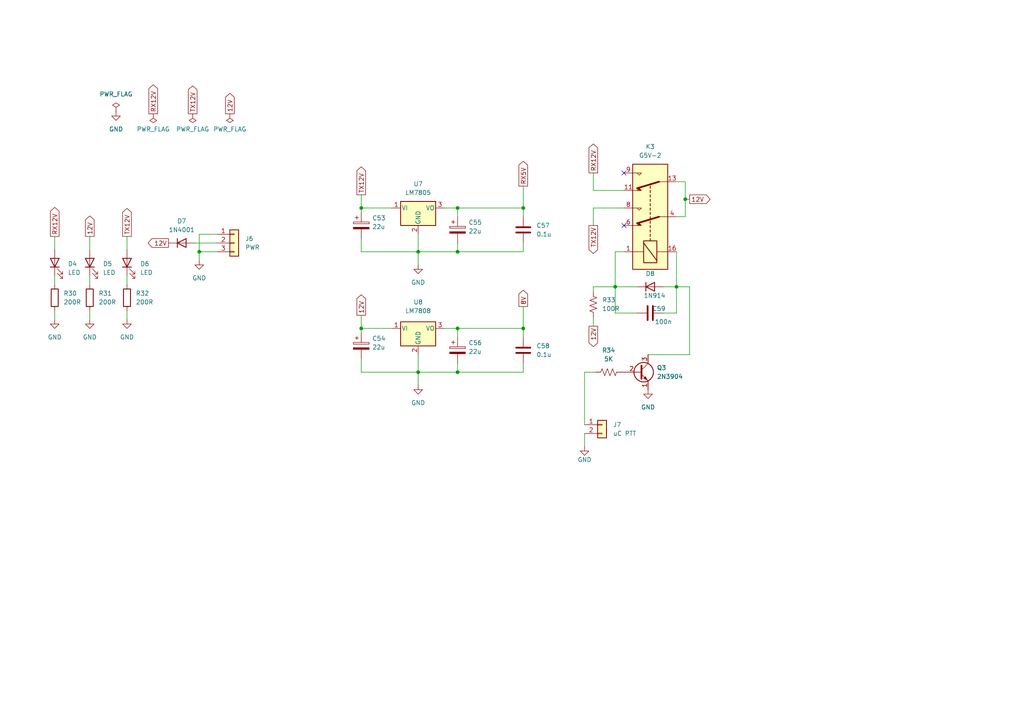
<source format=kicad_sch>
(kicad_sch (version 20211123) (generator eeschema)
  (paper "A4")
  (lib_symbols
    (symbol "Connector_Generic:Conn_01x02" (pin_names (offset 1.016) hide)
      (property "Reference" "J" (at 0 2.54 0))
      (property "Value" "Conn_01x02" (at 0 -5.08 0))
      (symbol "Conn_01x02_1_1"
        (rectangle (start -1.27 -2.413) (end 0 -2.667) (stroke (width 0.1524)))
        (rectangle (start -1.27 0.127) (end 0 -0.127) (stroke (width 0.1524)))
        (rectangle (start -1.27 1.27) (end 1.27 -3.81) (stroke (width 0.254)) (fill (type background)))
        (pin passive line (at -5.08 0 0) (length 3.81) (name "Pin_1") (number "1"))
        (pin passive line (at -5.08 -2.54 0) (length 3.81) (name "Pin_2") (number "2"))
      )
    )
    (symbol "Connector_Generic:Conn_01x03" (pin_names (offset 1.016) hide)
      (property "Reference" "J" (at 0 5.08 0))
      (property "Value" "Conn_01x03" (at 0 -5.08 0))
      (symbol "Conn_01x03_1_1"
        (rectangle (start -1.27 -2.413) (end 0 -2.667) (stroke (width 0.1524)))
        (rectangle (start -1.27 0.127) (end 0 -0.127) (stroke (width 0.1524)))
        (rectangle (start -1.27 2.667) (end 0 2.413) (stroke (width 0.1524)))
        (rectangle (start -1.27 3.81) (end 1.27 -3.81) (stroke (width 0.254)) (fill (type background)))
        (pin passive line (at -5.08 2.54 0) (length 3.81) (name "Pin_1") (number "1"))
        (pin passive line (at -5.08 0 0) (length 3.81) (name "Pin_2") (number "2"))
        (pin passive line (at -5.08 -2.54 0) (length 3.81) (name "Pin_3") (number "3"))
      )
    )
    (symbol "Device:C" (pin_numbers hide) (pin_names (offset 0.254))
      (property "Reference" "C" (at 0.635 2.54 0))
      (property "Value" "C" (at 0.635 -2.54 0))
      (symbol "C_0_1"
        (polyline (pts (xy -2.032 -0.762) (xy 2.032 -0.762)) (stroke (width 0.508)))
        (polyline (pts (xy -2.032 0.762) (xy 2.032 0.762)) (stroke (width 0.508)))
      )
      (symbol "C_1_1"
        (pin passive line (at 0 3.81 270) (length 2.794) (name "~") (number "1"))
        (pin passive line (at 0 -3.81 90) (length 2.794) (name "~") (number "2"))
      )
    )
    (symbol "Device:C_Polarized" (pin_numbers hide) (pin_names (offset 0.254))
      (property "Reference" "C" (at 0.635 2.54 0))
      (property "Value" "C_Polarized" (at 0.635 -2.54 0))
      (symbol "C_Polarized_0_1"
        (rectangle (start -2.286 0.508) (end 2.286 1.016))
        (polyline (pts (xy -1.778 2.286) (xy -0.762 2.286)))
        (polyline (pts (xy -1.27 2.794) (xy -1.27 1.778)))
        (rectangle (start 2.286 -0.508) (end -2.286 -1.016) (fill (type outline)))
      )
      (symbol "C_Polarized_1_1"
        (pin passive line (at 0 3.81 270) (length 2.794) (name "~") (number "1"))
        (pin passive line (at 0 -3.81 90) (length 2.794) (name "~") (number "2"))
      )
    )
    (symbol "Device:LED" (pin_numbers hide) (pin_names (offset 1.016) hide)
      (property "Reference" "D" (at 0 2.54 0))
      (property "Value" "LED" (at 0 -2.54 0))
      (symbol "LED_0_1"
        (polyline (pts (xy -1.27 -1.27) (xy -1.27 1.27)) (stroke (width 0.254)))
        (polyline (pts (xy -1.27 0) (xy 1.27 0)))
        (polyline (pts (xy 1.27 -1.27) (xy 1.27 1.27) (xy -1.27 0) (xy 1.27 -1.27)) (stroke (width 0.254)))
        (polyline (pts (xy -3.048 -0.762) (xy -4.572 -2.286) (xy -3.81 -2.286) (xy -4.572 -2.286) (xy -4.572 -1.524)))
        (polyline (pts (xy -1.778 -0.762) (xy -3.302 -2.286) (xy -2.54 -2.286) (xy -3.302 -2.286) (xy -3.302 -1.524)))
      )
      (symbol "LED_1_1"
        (pin passive line (at -3.81 0 0) (length 2.54) (name "K") (number "1"))
        (pin passive line (at 3.81 0 180) (length 2.54) (name "A") (number "2"))
      )
    )
    (symbol "Device:R" (pin_numbers hide) (pin_names (offset 0))
      (property "Reference" "R" (at 2.032 0 90))
      (property "Value" "R" (at 0 0 90))
      (symbol "R_0_1"
        (rectangle (start -1.016 -2.54) (end 1.016 2.54) (stroke (width 0.254)))
      )
      (symbol "R_1_1"
        (pin passive line (at 0 3.81 270) (length 1.27) (name "~") (number "1"))
        (pin passive line (at 0 -3.81 90) (length 1.27) (name "~") (number "2"))
      )
    )
    (symbol "Device:R_US" (pin_numbers hide) (pin_names (offset 0))
      (property "Reference" "R" (at 2.54 0 90))
      (property "Value" "R_US" (at -2.54 0 90))
      (symbol "R_US_0_1"
        (polyline (pts (xy 0 -2.286) (xy 0 -2.54)))
        (polyline (pts (xy 0 2.286) (xy 0 2.54)))
        (polyline (pts (xy 0 -0.762) (xy 1.016 -1.143) (xy 0 -1.524) (xy -1.016 -1.905) (xy 0 -2.286)))
        (polyline (pts (xy 0 0.762) (xy 1.016 0.381) (xy 0 0) (xy -1.016 -0.381) (xy 0 -0.762)))
        (polyline (pts (xy 0 2.286) (xy 1.016 1.905) (xy 0 1.524) (xy -1.016 1.143) (xy 0 0.762)))
      )
      (symbol "R_US_1_1"
        (pin passive line (at 0 3.81 270) (length 1.27) (name "~") (number "1"))
        (pin passive line (at 0 -3.81 90) (length 1.27) (name "~") (number "2"))
      )
    )
    (symbol "Diode:1N4001" (pin_numbers hide) (pin_names (offset 1.016) hide)
      (property "Reference" "D" (at 0 2.54 0))
      (property "Value" "1N4001" (at 0 -2.54 0))
      (symbol "1N4001_0_1"
        (polyline (pts (xy -1.27 1.27) (xy -1.27 -1.27)) (stroke (width 0.254)))
        (polyline (pts (xy 1.27 0) (xy -1.27 0)))
        (polyline (pts (xy 1.27 1.27) (xy 1.27 -1.27) (xy -1.27 0) (xy 1.27 1.27)) (stroke (width 0.254)))
      )
      (symbol "1N4001_1_1"
        (pin passive line (at -3.81 0 0) (length 2.54) (name "K") (number "1"))
        (pin passive line (at 3.81 0 180) (length 2.54) (name "A") (number "2"))
      )
    )
    (symbol "Diode:1N914" (pin_numbers hide) (pin_names (offset 1.016) hide)
      (property "Reference" "D" (at 0 2.54 0))
      (property "Value" "1N914" (at 0 -2.54 0))
      (symbol "1N914_0_1"
        (polyline (pts (xy -1.27 1.27) (xy -1.27 -1.27)) (stroke (width 0.254)))
        (polyline (pts (xy 1.27 0) (xy -1.27 0)))
        (polyline (pts (xy 1.27 1.27) (xy 1.27 -1.27) (xy -1.27 0) (xy 1.27 1.27)) (stroke (width 0.254)))
      )
      (symbol "1N914_1_1"
        (pin passive line (at -3.81 0 0) (length 2.54) (name "K") (number "1"))
        (pin passive line (at 3.81 0 180) (length 2.54) (name "A") (number "2"))
      )
    )
    (symbol "Regulator_Linear:LM7805_TO220" (pin_names (offset 0.254))
      (property "Reference" "U" (at -3.81 3.175 0))
      (property "Value" "LM7805_TO220" (at 0 3.175 0))
      (symbol "LM7805_TO220_0_1"
        (rectangle (start -5.08 1.905) (end 5.08 -5.08) (stroke (width 0.254)) (fill (type background)))
      )
      (symbol "LM7805_TO220_1_1"
        (pin power_in line (at -7.62 0 0) (length 2.54) (name "VI") (number "1"))
        (pin power_in line (at 0 -7.62 90) (length 2.54) (name "GND") (number "2"))
        (pin power_out line (at 7.62 0 180) (length 2.54) (name "VO") (number "3"))
      )
    )
    (symbol "Regulator_Linear:LM7808_TO220" (pin_names (offset 0.254))
      (property "Reference" "U" (at -3.81 3.175 0))
      (property "Value" "LM7808_TO220" (at 0 3.175 0))
      (symbol "LM7808_TO220_0_1"
        (rectangle (start -5.08 1.905) (end 5.08 -5.08) (stroke (width 0.254)) (fill (type background)))
      )
      (symbol "LM7808_TO220_1_1"
        (pin power_in line (at -7.62 0 0) (length 2.54) (name "VI") (number "1"))
        (pin power_in line (at 0 -7.62 90) (length 2.54) (name "GND") (number "2"))
        (pin power_out line (at 7.62 0 180) (length 2.54) (name "VO") (number "3"))
      )
    )
    (symbol "Relay:G5V-2"
      (property "Reference" "K" (at 16.51 3.81 0))
      (property "Value" "G5V-2" (at 16.51 1.27 0))
      (symbol "G5V-2_0_1"
        (rectangle (start -15.24 5.08) (end 15.24 -5.08) (stroke (width 0.254)) (fill (type background)))
        (rectangle (start -13.335 1.905) (end -6.985 -1.905) (stroke (width 0.254)))
        (polyline (pts (xy -12.7 -1.905) (xy -7.62 1.905)) (stroke (width 0.254)))
        (polyline (pts (xy -10.16 -5.08) (xy -10.16 -1.905)))
        (polyline (pts (xy -10.16 5.08) (xy -10.16 1.905)))
        (polyline (pts (xy -6.985 0) (xy -6.35 0)) (stroke (width 0.254)))
        (polyline (pts (xy -5.715 0) (xy -5.08 0)) (stroke (width 0.254)))
        (polyline (pts (xy -4.445 0) (xy -3.81 0)) (stroke (width 0.254)))
        (polyline (pts (xy -3.175 0) (xy -2.54 0)) (stroke (width 0.254)))
        (polyline (pts (xy -1.905 0) (xy -1.27 0)) (stroke (width 0.254)))
        (polyline (pts (xy -0.635 0) (xy 0 0)) (stroke (width 0.254)))
        (polyline (pts (xy 0 -2.54) (xy -1.905 3.81)) (stroke (width 0.508)))
        (polyline (pts (xy 0 -2.54) (xy 0 -5.08)))
        (polyline (pts (xy 0.635 0) (xy 1.27 0)) (stroke (width 0.254)))
        (polyline (pts (xy 1.905 0) (xy 2.54 0)) (stroke (width 0.254)))
        (polyline (pts (xy 3.175 0) (xy 3.81 0)) (stroke (width 0.254)))
        (polyline (pts (xy 4.445 0) (xy 5.08 0)) (stroke (width 0.254)))
        (polyline (pts (xy 5.715 0) (xy 6.35 0)) (stroke (width 0.254)))
        (polyline (pts (xy 6.985 0) (xy 7.62 0)) (stroke (width 0.254)))
        (polyline (pts (xy 8.255 0) (xy 8.89 0)) (stroke (width 0.254)))
        (polyline (pts (xy 10.16 -2.54) (xy 8.255 3.81)) (stroke (width 0.508)))
        (polyline (pts (xy 10.16 -2.54) (xy 10.16 -5.08)))
        (polyline (pts (xy -2.54 5.08) (xy -2.54 2.54) (xy -1.905 3.175) (xy -2.54 3.81)) (fill (type outline)))
        (polyline (pts (xy 2.54 5.08) (xy 2.54 2.54) (xy 1.905 3.175) (xy 2.54 3.81)))
        (polyline (pts (xy 7.62 5.08) (xy 7.62 2.54) (xy 8.255 3.175) (xy 7.62 3.81)) (fill (type outline)))
        (polyline (pts (xy 12.7 5.08) (xy 12.7 2.54) (xy 12.065 3.175) (xy 12.7 3.81)))
      )
      (symbol "G5V-2_1_1"
        (pin passive line (at -10.16 7.62 270) (length 2.54) (name "~") (number "1"))
        (pin passive line (at 7.62 7.62 270) (length 2.54) (name "~") (number "11"))
        (pin passive line (at 10.16 -7.62 90) (length 2.54) (name "~") (number "13"))
        (pin passive line (at -10.16 -7.62 90) (length 2.54) (name "~") (number "16"))
        (pin passive line (at 0 -7.62 90) (length 2.54) (name "~") (number "4"))
        (pin passive line (at -2.54 7.62 270) (length 2.54) (name "~") (number "6"))
        (pin passive line (at 2.54 7.62 270) (length 2.54) (name "~") (number "8"))
        (pin passive line (at 12.7 7.62 270) (length 2.54) (name "~") (number "9"))
      )
    )
    (symbol "Transistor_BJT:2N3904" (pin_names (offset 0) hide)
      (property "Reference" "Q" (at 5.08 1.905 0))
      (property "Value" "2N3904" (at 5.08 0 0))
      (symbol "2N3904_0_1"
        (polyline (pts (xy 0.635 0.635) (xy 2.54 2.54)))
        (polyline (pts (xy 0.635 -0.635) (xy 2.54 -2.54) (xy 2.54 -2.54)))
        (polyline (pts (xy 0.635 1.905) (xy 0.635 -1.905) (xy 0.635 -1.905)) (stroke (width 0.508)))
        (polyline (pts (xy 1.27 -1.778) (xy 1.778 -1.27) (xy 2.286 -2.286) (xy 1.27 -1.778) (xy 1.27 -1.778)) (fill (type outline)))
        (circle (center 1.27 0) (radius 2.8194) (stroke (width 0.254)))
      )
      (symbol "2N3904_1_1"
        (pin passive line (at 2.54 -5.08 90) (length 2.54) (name "E") (number "1"))
        (pin passive line (at -5.08 0 0) (length 5.715) (name "B") (number "2"))
        (pin passive line (at 2.54 5.08 270) (length 2.54) (name "C") (number "3"))
      )
    )
    (symbol "power:GND" (power) (pin_names (offset 0))
      (property "Value" "GND" (at 0 -3.81 0))
      (symbol "GND_0_1"
        (polyline (pts (xy 0 0) (xy 0 -1.27) (xy 1.27 -1.27) (xy 0 -2.54) (xy -1.27 -1.27) (xy 0 -1.27)))
      )
      (symbol "GND_1_1"
        (pin power_in line (at 0 0 270) (length 0) hide (name "GND") (number "1"))
      )
    )
    (symbol "power:PWR_FLAG" (power) (pin_numbers hide) (pin_names (offset 0) hide)
      (property "Value" "PWR_FLAG" (at 0 3.81 0))
      (symbol "PWR_FLAG_0_0"
        (pin power_out line (at 0 0 90) (length 0) (name "pwr") (number "1"))
      )
      (symbol "PWR_FLAG_0_1"
        (polyline (pts (xy 0 0) (xy 0 1.27) (xy -1.016 1.905) (xy 0 2.54) (xy 1.016 1.905) (xy 0 1.27)))
      )
    )
  )
  (junction (at 178.435 83.185))
  (junction (at 132.715 95.25))
  (junction (at 196.215 83.185))
  (junction (at 132.715 60.325))
  (junction (at 151.765 95.25))
  (junction (at 121.285 73.025))
  (junction (at 132.715 107.95))
  (junction (at 121.285 107.95))
  (junction (at 198.755 57.785))
  (junction (at 104.775 95.25))
  (junction (at 57.785 73.025))
  (junction (at 104.775 60.325))
  (junction (at 151.765 60.325))
  (junction (at 132.715 73.025))
  (no_connect (at 180.975 50.165))
  (no_connect (at 180.975 65.405))
  (wire (pts (xy 172.72 107.95) (xy 169.545 107.95)))
  (wire (pts (xy 121.285 73.025) (xy 121.285 67.945)))
  (wire (pts (xy 62.865 67.945) (xy 57.785 67.945)))
  (wire (pts (xy 172.085 83.185) (xy 172.085 84.455)))
  (wire (pts (xy 121.285 73.025) (xy 104.775 73.025)))
  (wire (pts (xy 36.83 90.17) (xy 36.83 92.71)))
  (wire (pts (xy 113.665 95.25) (xy 104.775 95.25)))
  (wire (pts (xy 178.435 90.805) (xy 184.785 90.805)))
  (wire (pts (xy 198.755 57.785) (xy 198.755 62.865)))
  (wire (pts (xy 172.085 92.075) (xy 172.085 94.615)))
  (wire (pts (xy 56.515 70.485) (xy 62.865 70.485)))
  (wire (pts (xy 104.775 60.325) (xy 104.775 61.595)))
  (wire (pts (xy 104.775 95.25) (xy 104.775 96.52)))
  (wire (pts (xy 151.765 73.025) (xy 132.715 73.025)))
  (wire (pts (xy 180.975 73.025) (xy 178.435 73.025)))
  (wire (pts (xy 15.875 80.01) (xy 15.875 82.55)))
  (wire (pts (xy 15.875 68.58) (xy 15.875 72.39)))
  (wire (pts (xy 151.765 88.9) (xy 151.765 95.25)))
  (wire (pts (xy 200.025 83.185) (xy 200.025 102.87)))
  (wire (pts (xy 169.545 125.73) (xy 169.545 129.54)))
  (wire (pts (xy 178.435 83.185) (xy 172.085 83.185)))
  (wire (pts (xy 151.765 107.95) (xy 132.715 107.95)))
  (wire (pts (xy 151.765 53.975) (xy 151.765 60.325)))
  (wire (pts (xy 26.035 80.01) (xy 26.035 82.55)))
  (wire (pts (xy 132.715 107.95) (xy 121.285 107.95)))
  (wire (pts (xy 104.775 104.14) (xy 104.775 107.95)))
  (wire (pts (xy 151.765 105.41) (xy 151.765 107.95)))
  (wire (pts (xy 192.405 83.185) (xy 196.215 83.185)))
  (wire (pts (xy 132.715 60.325) (xy 132.715 62.865)))
  (wire (pts (xy 192.405 90.805) (xy 196.215 90.805)))
  (wire (pts (xy 196.215 62.865) (xy 198.755 62.865)))
  (wire (pts (xy 172.085 60.325) (xy 172.085 65.405)))
  (wire (pts (xy 26.035 68.58) (xy 26.035 72.39)))
  (wire (pts (xy 132.715 73.025) (xy 121.285 73.025)))
  (wire (pts (xy 113.665 60.325) (xy 104.775 60.325)))
  (wire (pts (xy 151.765 95.25) (xy 151.765 97.79)))
  (wire (pts (xy 128.905 95.25) (xy 132.715 95.25)))
  (wire (pts (xy 15.875 90.17) (xy 15.875 92.71)))
  (wire (pts (xy 121.285 107.95) (xy 104.775 107.95)))
  (wire (pts (xy 104.775 69.215) (xy 104.775 73.025)))
  (wire (pts (xy 172.085 50.165) (xy 172.085 55.245)))
  (wire (pts (xy 104.775 91.44) (xy 104.775 95.25)))
  (wire (pts (xy 151.765 70.485) (xy 151.765 73.025)))
  (wire (pts (xy 196.215 83.185) (xy 196.215 90.805)))
  (wire (pts (xy 178.435 73.025) (xy 178.435 83.185)))
  (wire (pts (xy 198.755 52.705) (xy 198.755 57.785)))
  (wire (pts (xy 104.775 56.515) (xy 104.775 60.325)))
  (wire (pts (xy 196.215 83.185) (xy 200.025 83.185)))
  (wire (pts (xy 36.83 80.01) (xy 36.83 82.55)))
  (wire (pts (xy 178.435 83.185) (xy 184.785 83.185)))
  (wire (pts (xy 132.715 70.485) (xy 132.715 73.025)))
  (wire (pts (xy 26.035 90.17) (xy 26.035 92.71)))
  (wire (pts (xy 121.285 107.95) (xy 121.285 102.87)))
  (wire (pts (xy 200.025 57.785) (xy 198.755 57.785)))
  (wire (pts (xy 36.83 68.58) (xy 36.83 72.39)))
  (wire (pts (xy 196.215 52.705) (xy 198.755 52.705)))
  (wire (pts (xy 132.715 95.25) (xy 151.765 95.25)))
  (wire (pts (xy 132.715 95.25) (xy 132.715 97.79)))
  (wire (pts (xy 57.785 67.945) (xy 57.785 73.025)))
  (wire (pts (xy 172.085 55.245) (xy 180.975 55.245)))
  (wire (pts (xy 121.285 107.95) (xy 121.285 111.76)))
  (wire (pts (xy 169.545 107.95) (xy 169.545 123.19)))
  (wire (pts (xy 132.715 105.41) (xy 132.715 107.95)))
  (wire (pts (xy 196.215 73.025) (xy 196.215 83.185)))
  (wire (pts (xy 178.435 83.185) (xy 178.435 90.805)))
  (wire (pts (xy 200.025 102.87) (xy 187.96 102.87)))
  (wire (pts (xy 151.765 60.325) (xy 151.765 62.865)))
  (wire (pts (xy 132.715 60.325) (xy 151.765 60.325)))
  (wire (pts (xy 57.785 73.025) (xy 62.865 73.025)))
  (wire (pts (xy 128.905 60.325) (xy 132.715 60.325)))
  (wire (pts (xy 180.975 60.325) (xy 172.085 60.325)))
  (wire (pts (xy 121.285 73.025) (xy 121.285 76.835)))
  (wire (pts (xy 57.785 73.025) (xy 57.785 75.565)))
  (global_label "RX12V" (shape output) (at 172.085 50.165 90) (property "Intersheet References" "${INTERSHEET_REFS}" (effects hide)))
  (global_label "TX12V" (shape output) (at 172.085 65.405 270) (property "Intersheet References" "${INTERSHEET_REFS}" (effects hide)))
  (global_label "8V" (shape output) (at 151.765 88.9 90) (property "Intersheet References" "${INTERSHEET_REFS}" (effects hide)))
  (global_label "TX12V" (shape output) (at 36.83 68.58 90) (property "Intersheet References" "${INTERSHEET_REFS}" (effects hide)))
  (global_label "12V" (shape output) (at 200.025 57.785 0) (property "Intersheet References" "${INTERSHEET_REFS}" (effects hide)))
  (global_label "12V" (shape output) (at 48.895 70.485 180) (property "Intersheet References" "${INTERSHEET_REFS}" (effects hide)))
  (global_label "12V" (shape output) (at 26.035 68.58 90) (property "Intersheet References" "${INTERSHEET_REFS}" (effects hide)))
  (global_label "TX12V" (shape output) (at 55.88 33.02 90) (property "Intersheet References" "${INTERSHEET_REFS}" (effects hide)))
  (global_label "RX12V" (shape output) (at 15.875 68.58 90) (property "Intersheet References" "${INTERSHEET_REFS}" (effects hide)))
  (global_label "12V" (shape output) (at 66.675 33.02 90) (property "Intersheet References" "${INTERSHEET_REFS}" (effects hide)))
  (global_label "TX12V" (shape output) (at 104.775 56.515 90) (property "Intersheet References" "${INTERSHEET_REFS}" (effects hide)))
  (global_label "12V" (shape output) (at 172.085 94.615 270) (property "Intersheet References" "${INTERSHEET_REFS}" (effects hide)))
  (global_label "RX12V" (shape output) (at 44.45 33.02 90) (property "Intersheet References" "${INTERSHEET_REFS}" (effects hide)))
  (global_label "12V" (shape output) (at 104.775 91.44 90) (property "Intersheet References" "${INTERSHEET_REFS}" (effects hide)))
  (global_label "RX5V" (shape output) (at 151.765 53.975 90) (property "Intersheet References" "${INTERSHEET_REFS}" (effects hide)))
  (symbol (lib_id "Relay:G5V-2") (at 188.595 62.865 90) (unit 1)
    (property "Reference" "K3" (at 188.595 42.545 90))
    (property "Value" "G5V-2" (at 188.595 45.085 90))
    (property "Footprint" "Relay_THT:Relay_DPDT_Omron_G5V-2" (effects hide))
    (property "Datasheet" "http://omronfs.omron.com/en_US/ecb/products/pdf/en-g5v_2.pdf" (effects hide))
  )
  (symbol (lib_id "Device:LED") (at 26.035 76.2 90) (unit 1)
    (property "Reference" "D5" (at 29.845 76.5174 90) (effects (justify right)))
    (property "Value" "LED" (at 29.845 79.0574 90) (effects (justify right)))
    (property "Footprint" "LED_THT:LED_D3.0mm" (effects hide))
  )
  (symbol (lib_id "power:GND") (at 15.875 92.71 0) (unit 1)
    (property "Reference" "#PWR044" (effects hide))
    (property "Value" "GND" (at 15.875 97.79 0))
  )
  (symbol (lib_id "power:PWR_FLAG") (at 33.655 32.385 0) (unit 1)
    (property "Reference" "#FLG07" (effects hide))
    (property "Value" "PWR_FLAG" (at 33.655 27.305 0))
  )
  (symbol (lib_id "Device:R_US") (at 172.085 88.265 0) (unit 1)
    (property "Reference" "R33" (at 174.625 86.9949 0) (effects (justify left)))
    (property "Value" "100R" (at 174.625 89.5349 0) (effects (justify left)))
    (property "Footprint" "Resistor_THT:R_Axial_DIN0207_L6.3mm_D2.5mm_P10.16mm_Horizontal" (effects hide))
  )
  (symbol (lib_id "power:GND") (at 57.785 75.565 0) (unit 1)
    (property "Reference" "#PWR048" (effects hide))
    (property "Value" "GND" (at 57.785 80.645 0))
  )
  (symbol (lib_id "Device:C_Polarized") (at 104.775 100.33 0) (unit 1)
    (property "Reference" "C54" (at 107.95 98.1709 0) (effects (justify left)))
    (property "Value" "22u" (at 107.95 100.7109 0) (effects (justify left)))
    (property "Footprint" "Capacitor_THT:CP_Radial_D8.0mm_P2.50mm" (effects hide))
  )
  (symbol (lib_id "Device:C") (at 188.595 90.805 90) (unit 1)
    (property "Reference" "C59" (at 191.135 89.535 90))
    (property "Value" "100n" (at 192.405 93.345 90))
    (property "Footprint" "Capacitor_THT:C_Disc_D3.4mm_W2.1mm_P2.50mm" (effects hide))
  )
  (symbol (lib_id "Device:C_Polarized") (at 104.775 65.405 0) (unit 1)
    (property "Reference" "C53" (at 107.95 63.2459 0) (effects (justify left)))
    (property "Value" "22u" (at 107.95 65.7859 0) (effects (justify left)))
    (property "Footprint" "Capacitor_THT:CP_Radial_D8.0mm_P2.50mm" (effects hide))
  )
  (symbol (lib_id "Device:R") (at 36.83 86.36 0) (unit 1)
    (property "Reference" "R32" (at 39.37 85.0899 0) (effects (justify left)))
    (property "Value" "200R" (at 39.37 87.6299 0) (effects (justify left)))
    (property "Footprint" "Resistor_THT:R_Axial_DIN0207_L6.3mm_D2.5mm_P10.16mm_Horizontal" (effects hide))
  )
  (symbol (lib_id "power:GND") (at 33.655 32.385 0) (unit 1)
    (property "Reference" "#PWR046" (effects hide))
    (property "Value" "GND" (at 33.655 37.465 0))
  )
  (symbol (lib_id "power:GND") (at 121.285 111.76 0) (unit 1)
    (property "Reference" "#PWR050" (effects hide))
    (property "Value" "GND" (at 121.285 116.84 0))
  )
  (symbol (lib_id "power:GND") (at 169.545 129.54 0) (unit 1)
    (property "Reference" "#PWR051" (effects hide))
    (property "Value" "GND" (at 169.545 133.35 0))
  )
  (symbol (lib_id "power:PWR_FLAG") (at 55.88 33.02 180) (unit 1)
    (property "Reference" "#FLG09" (effects hide))
    (property "Value" "PWR_FLAG" (at 55.88 37.465 0))
  )
  (symbol (lib_id "Connector_Generic:Conn_01x02") (at 174.625 123.19 0) (unit 1)
    (property "Reference" "J7" (at 177.8 123.1899 0) (effects (justify left)))
    (property "Value" "uC PTT" (at 177.8 125.7299 0) (effects (justify left)))
    (property "Footprint" "Connector_PinHeader_2.54mm:PinHeader_1x02_P2.54mm_Vertical" (effects hide))
  )
  (symbol (lib_id "Device:C_Polarized") (at 132.715 66.675 0) (unit 1)
    (property "Reference" "C55" (at 135.89 64.5159 0) (effects (justify left)))
    (property "Value" "22u" (at 135.89 67.0559 0) (effects (justify left)))
    (property "Footprint" "Capacitor_THT:CP_Radial_D8.0mm_P2.50mm" (effects hide))
  )
  (symbol (lib_id "Device:R") (at 15.875 86.36 0) (unit 1)
    (property "Reference" "R30" (at 18.415 85.0899 0) (effects (justify left)))
    (property "Value" "200R" (at 18.415 87.6299 0) (effects (justify left)))
    (property "Footprint" "Resistor_THT:R_Axial_DIN0207_L6.3mm_D2.5mm_P10.16mm_Horizontal" (effects hide))
  )
  (symbol (lib_id "power:GND") (at 36.83 92.71 0) (unit 1)
    (property "Reference" "#PWR047" (effects hide))
    (property "Value" "GND" (at 36.83 97.79 0))
  )
  (symbol (lib_id "Device:LED") (at 36.83 76.2 90) (unit 1)
    (property "Reference" "D6" (at 40.64 76.5174 90) (effects (justify right)))
    (property "Value" "LED" (at 40.64 79.0574 90) (effects (justify right)))
    (property "Footprint" "LED_THT:LED_D3.0mm" (effects hide))
  )
  (symbol (lib_id "Device:R_US") (at 176.53 107.95 270) (unit 1)
    (property "Reference" "R34" (at 176.53 101.6 90))
    (property "Value" "5K" (at 176.53 104.14 90))
    (property "Footprint" "Resistor_THT:R_Axial_DIN0207_L6.3mm_D2.5mm_P10.16mm_Horizontal" (effects hide))
  )
  (symbol (lib_id "Device:C") (at 151.765 101.6 0) (unit 1)
    (property "Reference" "C58" (at 155.575 100.3299 0) (effects (justify left)))
    (property "Value" "0.1u" (at 155.575 102.8699 0) (effects (justify left)))
    (property "Footprint" "Capacitor_THT:C_Disc_D3.0mm_W1.6mm_P2.50mm" (effects hide))
  )
  (symbol (lib_id "Device:R") (at 26.035 86.36 0) (unit 1)
    (property "Reference" "R31" (at 28.575 85.0899 0) (effects (justify left)))
    (property "Value" "200R" (at 28.575 87.6299 0) (effects (justify left)))
    (property "Footprint" "Resistor_THT:R_Axial_DIN0207_L6.3mm_D2.5mm_P10.16mm_Horizontal" (effects hide))
  )
  (symbol (lib_id "power:PWR_FLAG") (at 66.675 33.02 180) (unit 1)
    (property "Reference" "#FLG010" (effects hide))
    (property "Value" "PWR_FLAG" (at 66.675 37.465 0))
  )
  (symbol (lib_id "Regulator_Linear:LM7805_TO220") (at 121.285 60.325 0) (unit 1)
    (property "Reference" "U7" (at 121.285 53.34 0))
    (property "Value" "LM7805" (at 121.285 55.88 0))
    (property "Footprint" "Package_TO_SOT_THT:TO-220-3_Vertical" (effects hide))
    (property "Datasheet" "https://www.onsemi.cn/PowerSolutions/document/MC7800-D.PDF" (effects hide))
  )
  (symbol (lib_id "Connector_Generic:Conn_01x03") (at 67.945 70.485 0) (unit 1)
    (property "Reference" "J6" (at 71.12 69.2149 0) (effects (justify left)))
    (property "Value" "PWR" (at 71.12 71.7549 0) (effects (justify left)))
    (property "Footprint" "Connector_PinHeader_2.54mm:PinHeader_1x03_P2.54mm_Vertical" (effects hide))
  )
  (symbol (lib_id "power:PWR_FLAG") (at 44.45 33.02 180) (unit 1)
    (property "Reference" "#FLG08" (effects hide))
    (property "Value" "PWR_FLAG" (at 44.45 37.465 0))
  )
  (symbol (lib_id "power:GND") (at 187.96 113.03 0) (unit 1)
    (property "Reference" "#PWR052" (effects hide))
    (property "Value" "GND" (at 187.96 118.11 0))
  )
  (symbol (lib_id "Device:C_Polarized") (at 132.715 101.6 0) (unit 1)
    (property "Reference" "C56" (at 135.89 99.4409 0) (effects (justify left)))
    (property "Value" "22u" (at 135.89 101.9809 0) (effects (justify left)))
    (property "Footprint" "Capacitor_THT:CP_Radial_D8.0mm_P2.50mm" (effects hide))
  )
  (symbol (lib_id "Diode:1N914") (at 188.595 83.185 0) (unit 1)
    (property "Reference" "D8" (at 188.595 79.375 0))
    (property "Value" "1N914" (at 189.865 85.725 0))
    (property "Footprint" "Diode_THT:D_DO-35_SOD27_P7.62mm_Horizontal" (effects hide))
    (property "Datasheet" "http://www.vishay.com/docs/85622/1n914.pdf" (effects hide))
  )
  (symbol (lib_id "power:GND") (at 121.285 76.835 0) (unit 1)
    (property "Reference" "#PWR049" (effects hide))
    (property "Value" "GND" (at 121.285 81.915 0))
  )
  (symbol (lib_id "power:GND") (at 26.035 92.71 0) (unit 1)
    (property "Reference" "#PWR045" (effects hide))
    (property "Value" "GND" (at 26.035 97.79 0))
  )
  (symbol (lib_id "Device:C") (at 151.765 66.675 0) (unit 1)
    (property "Reference" "C57" (at 155.575 65.4049 0) (effects (justify left)))
    (property "Value" "0.1u" (at 155.575 67.9449 0) (effects (justify left)))
    (property "Footprint" "Capacitor_THT:C_Disc_D3.0mm_W1.6mm_P2.50mm" (effects hide))
  )
  (symbol (lib_id "Regulator_Linear:LM7808_TO220") (at 121.285 95.25 0) (unit 1)
    (property "Reference" "U8" (at 121.285 87.63 0))
    (property "Value" "LM7808" (at 121.285 90.17 0))
    (property "Footprint" "Package_TO_SOT_THT:TO-220-3_Vertical" (effects hide))
    (property "Datasheet" "https://www.onsemi.cn/PowerSolutions/document/MC7800-D.PDF" (effects hide))
  )
  (symbol (lib_id "Diode:1N4001") (at 52.705 70.485 0) (unit 1)
    (property "Reference" "D7" (at 52.705 64.135 0))
    (property "Value" "1N4001" (at 52.705 66.675 0))
    (property "Footprint" "Diode_THT:D_DO-41_SOD81_P10.16mm_Horizontal" (effects hide))
    (property "Datasheet" "http://www.vishay.com/docs/88503/1n4001.pdf" (effects hide))
  )
  (symbol (lib_id "Transistor_BJT:2N3904") (at 185.42 107.95 0) (unit 1)
    (property "Reference" "Q3" (at 190.5 106.6799 0) (effects (justify left)))
    (property "Value" "2N3904" (at 190.5 109.2199 0) (effects (justify left)))
    (property "Footprint" "Package_TO_SOT_THT:TO-92_Inline" (effects hide))
    (property "Datasheet" "https://www.onsemi.com/pub/Collateral/2N3903-D.PDF" (effects hide))
  )
  (symbol (lib_id "Device:LED") (at 15.875 76.2 90) (unit 1)
    (property "Reference" "D4" (at 19.685 76.5174 90) (effects (justify right)))
    (property "Value" "LED" (at 19.685 79.0574 90) (effects (justify right)))
    (property "Footprint" "LED_THT:LED_D3.0mm" (effects hide))
  )
)
</source>
